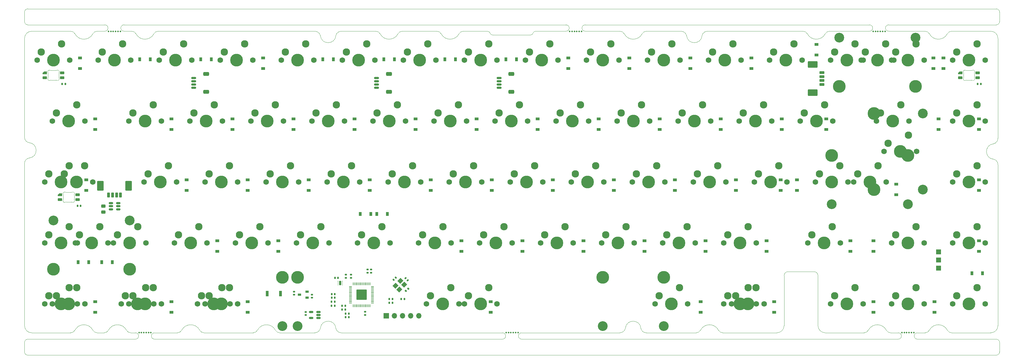
<source format=gbs>
G04 #@! TF.GenerationSoftware,KiCad,Pcbnew,(6.99.0-1912-g359c99991b)*
G04 #@! TF.CreationDate,2023-08-15T13:40:24+07:00*
G04 #@! TF.ProjectId,nyx,6e79782e-6b69-4636-9164-5f7063625858,2*
G04 #@! TF.SameCoordinates,Original*
G04 #@! TF.FileFunction,Soldermask,Bot*
G04 #@! TF.FilePolarity,Negative*
%FSLAX46Y46*%
G04 Gerber Fmt 4.6, Leading zero omitted, Abs format (unit mm)*
G04 Created by KiCad (PCBNEW (6.99.0-1912-g359c99991b)) date 2023-08-15 13:40:24*
%MOMM*%
%LPD*%
G01*
G04 APERTURE LIST*
G04 Aperture macros list*
%AMRoundRect*
0 Rectangle with rounded corners*
0 $1 Rounding radius*
0 $2 $3 $4 $5 $6 $7 $8 $9 X,Y pos of 4 corners*
0 Add a 4 corners polygon primitive as box body*
4,1,4,$2,$3,$4,$5,$6,$7,$8,$9,$2,$3,0*
0 Add four circle primitives for the rounded corners*
1,1,$1+$1,$2,$3*
1,1,$1+$1,$4,$5*
1,1,$1+$1,$6,$7*
1,1,$1+$1,$8,$9*
0 Add four rect primitives between the rounded corners*
20,1,$1+$1,$2,$3,$4,$5,0*
20,1,$1+$1,$4,$5,$6,$7,0*
20,1,$1+$1,$6,$7,$8,$9,0*
20,1,$1+$1,$8,$9,$2,$3,0*%
%AMRotRect*
0 Rectangle, with rotation*
0 The origin of the aperture is its center*
0 $1 length*
0 $2 width*
0 $3 Rotation angle, in degrees counterclockwise*
0 Add horizontal line*
21,1,$1,$2,0,0,$3*%
%AMFreePoly0*
4,1,18,-0.350000,0.510000,-0.339343,0.563576,-0.308995,0.608995,-0.263576,0.639343,-0.210000,0.650000,0.210000,0.650000,0.263576,0.639343,0.308995,0.608995,0.339343,0.563576,0.350000,0.510000,0.350000,-0.510000,0.339343,-0.563576,0.308995,-0.608995,0.263576,-0.639343,0.210000,-0.650000,-0.210000,-0.650000,-0.350000,-0.510000,-0.350000,0.510000,-0.350000,0.510000,$1*%
%AMFreePoly1*
4,1,18,-0.410000,0.593000,-0.403758,0.624380,-0.385983,0.650983,-0.359380,0.668758,-0.328000,0.675000,0.328000,0.675000,0.359380,0.668758,0.385983,0.650983,0.403758,0.624380,0.410000,0.593000,0.410000,-0.593000,0.403758,-0.624380,0.385983,-0.650983,0.359380,-0.668758,0.328000,-0.675000,0.000000,-0.675000,-0.410000,-0.265000,-0.410000,0.593000,-0.410000,0.593000,$1*%
G04 Aperture macros list end*
%ADD10R,0.900000X1.700000*%
%ADD11C,1.750000*%
%ADD12C,3.987800*%
%ADD13C,2.300000*%
%ADD14C,3.048000*%
%ADD15C,0.500000*%
%ADD16R,1.200000X0.900000*%
%ADD17RoundRect,0.140000X-0.170000X0.140000X-0.170000X-0.140000X0.170000X-0.140000X0.170000X0.140000X0*%
%ADD18RoundRect,0.140000X0.170000X-0.140000X0.170000X0.140000X-0.170000X0.140000X-0.170000X-0.140000X0*%
%ADD19R,0.900000X1.200000*%
%ADD20RoundRect,0.200000X0.600000X-0.200000X0.600000X0.200000X-0.600000X0.200000X-0.600000X-0.200000X0*%
%ADD21RoundRect,0.250001X1.249999X-0.799999X1.249999X0.799999X-1.249999X0.799999X-1.249999X-0.799999X0*%
%ADD22RoundRect,0.200000X-0.200000X-0.600000X0.200000X-0.600000X0.200000X0.600000X-0.200000X0.600000X0*%
%ADD23RoundRect,0.250001X-0.799999X-1.249999X0.799999X-1.249999X0.799999X1.249999X-0.799999X1.249999X0*%
%ADD24RoundRect,0.140000X-0.140000X-0.170000X0.140000X-0.170000X0.140000X0.170000X-0.140000X0.170000X0*%
%ADD25RoundRect,0.140000X0.140000X0.170000X-0.140000X0.170000X-0.140000X-0.170000X0.140000X-0.170000X0*%
%ADD26R,1.700000X1.700000*%
%ADD27O,1.700000X1.700000*%
%ADD28RoundRect,0.050000X-0.050000X0.387500X-0.050000X-0.387500X0.050000X-0.387500X0.050000X0.387500X0*%
%ADD29RoundRect,0.050000X-0.387500X0.050000X-0.387500X-0.050000X0.387500X-0.050000X0.387500X0.050000X0*%
%ADD30RoundRect,0.144000X-1.456000X1.456000X-1.456000X-1.456000X1.456000X-1.456000X1.456000X1.456000X0*%
%ADD31RoundRect,0.045000X0.055000X0.045000X-0.055000X0.045000X-0.055000X-0.045000X0.055000X-0.045000X0*%
%ADD32FreePoly0,180.000000*%
%ADD33RoundRect,0.140000X0.021213X-0.219203X0.219203X-0.021213X-0.021213X0.219203X-0.219203X0.021213X0*%
%ADD34RotRect,1.400000X1.200000X225.000000*%
%ADD35RoundRect,0.135000X0.035355X-0.226274X0.226274X-0.035355X-0.035355X0.226274X-0.226274X0.035355X0*%
%ADD36RoundRect,0.135000X-0.185000X0.135000X-0.185000X-0.135000X0.185000X-0.135000X0.185000X0.135000X0*%
%ADD37RoundRect,0.082000X-0.593000X0.328000X-0.593000X-0.328000X0.593000X-0.328000X0.593000X0.328000X0*%
%ADD38FreePoly1,270.000000*%
%ADD39R,1.000000X0.800000*%
%ADD40RoundRect,0.150000X-0.625000X0.150000X-0.625000X-0.150000X0.625000X-0.150000X0.625000X0.150000X0*%
%ADD41RoundRect,0.250000X-0.650000X0.350000X-0.650000X-0.350000X0.650000X-0.350000X0.650000X0.350000X0*%
%ADD42RoundRect,0.150000X0.512500X0.150000X-0.512500X0.150000X-0.512500X-0.150000X0.512500X-0.150000X0*%
%ADD43RoundRect,0.135000X0.135000X0.185000X-0.135000X0.185000X-0.135000X-0.185000X0.135000X-0.185000X0*%
%ADD44RoundRect,0.243750X-0.456250X0.243750X-0.456250X-0.243750X0.456250X-0.243750X0.456250X0.243750X0*%
%ADD45R,1.524000X1.524000*%
%ADD46RoundRect,0.135000X-0.135000X-0.185000X0.135000X-0.185000X0.135000X0.185000X-0.135000X0.185000X0*%
%ADD47RoundRect,0.140000X0.219203X0.021213X0.021213X0.219203X-0.219203X-0.021213X-0.021213X-0.219203X0*%
G04 #@! TA.AperFunction,Profile*
%ADD48C,0.100000*%
G04 #@! TD*
G04 APERTURE END LIST*
D10*
X79849999Y-88999999D03*
X75749999Y-88999999D03*
D11*
X218267323Y-73184823D03*
D12*
X223347323Y-73184823D03*
D11*
X228427323Y-73184823D03*
D13*
X219537323Y-70644823D03*
X225887323Y-68104823D03*
D14*
X180484823Y-99219823D03*
D12*
X180484823Y-83979823D03*
D14*
X80472323Y-99219823D03*
D12*
X80472323Y-83979823D03*
D15*
X268572706Y-7050000D03*
X267832706Y-7050000D03*
X267092706Y-7050000D03*
X266352706Y-7050000D03*
X265612706Y-7050000D03*
X264872706Y-7050000D03*
D11*
X6336073Y-54134823D03*
D12*
X11416073Y-54134823D03*
D11*
X16496073Y-54134823D03*
D13*
X7606073Y-51594823D03*
X13956073Y-49054823D03*
D11*
X99204823Y-16034823D03*
D12*
X104284823Y-16034823D03*
D11*
X109364823Y-16034823D03*
D13*
X100474823Y-13494823D03*
X106824823Y-10954823D03*
D14*
X199534823Y-99219823D03*
D12*
X199534823Y-83979823D03*
D14*
X85234823Y-99219823D03*
D12*
X85234823Y-83979823D03*
D11*
X289704823Y-54134823D03*
D12*
X294784823Y-54134823D03*
D11*
X299864823Y-54134823D03*
D13*
X290974823Y-51594823D03*
X297324823Y-49054823D03*
D11*
X213504823Y-16034823D03*
D12*
X218584823Y-16034823D03*
D11*
X223664823Y-16034823D03*
D13*
X214774823Y-13494823D03*
X221124823Y-10954823D03*
D11*
X180167323Y-73184823D03*
D12*
X185247323Y-73184823D03*
D11*
X190327323Y-73184823D03*
D13*
X181437323Y-70644823D03*
X187787323Y-68104823D03*
D11*
X268273573Y-44609823D03*
D12*
X273353573Y-44609823D03*
D11*
X278433573Y-44609823D03*
D13*
X269543573Y-42069823D03*
X275893573Y-39529823D03*
D11*
X137304823Y-16034823D03*
D12*
X142384823Y-16034823D03*
D11*
X147464823Y-16034823D03*
D13*
X138574823Y-13494823D03*
X144924823Y-10954823D03*
D11*
X6336073Y-92234823D03*
D12*
X11416073Y-92234823D03*
D11*
X16496073Y-92234823D03*
D13*
X7606073Y-89694823D03*
X13956073Y-87154823D03*
D11*
X199217323Y-73184823D03*
D12*
X204297323Y-73184823D03*
D11*
X209377323Y-73184823D03*
D13*
X200487323Y-70644823D03*
X206837323Y-68104823D03*
D11*
X42054823Y-16034823D03*
D12*
X47134823Y-16034823D03*
D11*
X52214823Y-16034823D03*
D13*
X43324823Y-13494823D03*
X49674823Y-10954823D03*
D11*
X15861073Y-73184823D03*
D12*
X20941073Y-73184823D03*
D11*
X26021073Y-73184823D03*
D13*
X17131073Y-70644823D03*
X23481073Y-68104823D03*
D11*
X75392323Y-54134823D03*
D12*
X80472323Y-54134823D03*
D11*
X85552323Y-54134823D03*
D13*
X76662323Y-51594823D03*
X83012323Y-49054823D03*
D11*
X289704823Y-73184823D03*
D12*
X294784823Y-73184823D03*
D11*
X299864823Y-73184823D03*
D13*
X290974823Y-70644823D03*
X297324823Y-68104823D03*
D11*
X196836073Y-92234823D03*
D12*
X201916073Y-92234823D03*
D11*
X206996073Y-92234823D03*
D13*
X198106073Y-89694823D03*
X204456073Y-87154823D03*
D11*
X156354823Y-16034823D03*
D12*
X161434823Y-16034823D03*
D11*
X166514823Y-16034823D03*
D13*
X157624823Y-13494823D03*
X163974823Y-10954823D03*
D14*
X9034823Y-66199823D03*
D12*
X9034823Y-81439823D03*
D14*
X32847323Y-66199823D03*
D12*
X32847323Y-81439823D03*
D11*
X189692323Y-54134823D03*
D12*
X194772323Y-54134823D03*
D11*
X199852323Y-54134823D03*
D13*
X190962323Y-51594823D03*
X197312323Y-49054823D03*
D11*
X146829823Y-35084823D03*
D12*
X151909823Y-35084823D03*
D11*
X156989823Y-35084823D03*
D13*
X148099823Y-32544823D03*
X154449823Y-30004823D03*
D11*
X118254823Y-16034823D03*
D12*
X123334823Y-16034823D03*
D11*
X128414823Y-16034823D03*
D13*
X119524823Y-13494823D03*
X125874823Y-10954823D03*
D11*
X56342323Y-54134823D03*
D12*
X61422323Y-54134823D03*
D11*
X66502323Y-54134823D03*
D13*
X57612323Y-51594823D03*
X63962323Y-49054823D03*
D11*
X242079823Y-35084823D03*
D12*
X247159823Y-35084823D03*
D11*
X252239823Y-35084823D03*
D13*
X243349823Y-32544823D03*
X249699823Y-30004823D03*
D11*
X258748573Y-54134823D03*
D12*
X263828573Y-54134823D03*
D11*
X268908573Y-54134823D03*
D13*
X260018573Y-51594823D03*
X266368573Y-49054823D03*
D15*
X173850000Y-7050000D03*
X173110000Y-7050000D03*
X172370000Y-7050000D03*
X171630000Y-7050000D03*
X170890000Y-7050000D03*
X170150000Y-7050000D03*
D14*
X254303573Y-9049823D03*
D12*
X254303573Y-24289823D03*
D14*
X278116073Y-9049823D03*
D12*
X278116073Y-24289823D03*
D11*
X132542323Y-54134823D03*
D12*
X137622323Y-54134823D03*
D11*
X142702323Y-54134823D03*
D13*
X133812323Y-51594823D03*
X140162323Y-49054823D03*
D11*
X23004823Y-16034823D03*
D12*
X28084823Y-16034823D03*
D11*
X33164823Y-16034823D03*
D13*
X24274823Y-13494823D03*
X30624823Y-10954823D03*
D11*
X270654823Y-16034823D03*
D12*
X275734823Y-16034823D03*
D11*
X280814823Y-16034823D03*
D13*
X271924823Y-13494823D03*
X278274823Y-10954823D03*
D11*
X203979823Y-35084823D03*
D12*
X209059823Y-35084823D03*
D11*
X214139823Y-35084823D03*
D13*
X205249823Y-32544823D03*
X211599823Y-30004823D03*
D11*
X220648573Y-92234823D03*
D12*
X225728573Y-92234823D03*
D11*
X230808573Y-92234823D03*
D13*
X221918573Y-89694823D03*
X228268573Y-87154823D03*
D15*
X35750000Y-101222338D03*
X36490000Y-101222338D03*
X37230000Y-101222338D03*
X37970000Y-101222338D03*
X38710000Y-101222338D03*
X39450000Y-101222338D03*
D11*
X46817323Y-73184823D03*
D12*
X51897323Y-73184823D03*
D11*
X56977323Y-73184823D03*
D13*
X48087323Y-70644823D03*
X54437323Y-68104823D03*
D11*
X32529823Y-35084823D03*
D12*
X37609823Y-35084823D03*
D11*
X42689823Y-35084823D03*
D13*
X33799823Y-32544823D03*
X40149823Y-30004823D03*
D11*
X137304823Y-92234823D03*
D12*
X142384823Y-92234823D03*
D11*
X147464823Y-92234823D03*
D13*
X138574823Y-89694823D03*
X144924823Y-87154823D03*
D11*
X125398573Y-92234823D03*
D12*
X130478573Y-92234823D03*
D11*
X135558573Y-92234823D03*
D13*
X126668573Y-89694823D03*
X133018573Y-87154823D03*
D11*
X270654823Y-92234823D03*
D12*
X275734823Y-92234823D03*
D11*
X280814823Y-92234823D03*
D13*
X271924823Y-89694823D03*
X278274823Y-87154823D03*
D11*
X175404823Y-16034823D03*
D12*
X180484823Y-16034823D03*
D11*
X185564823Y-16034823D03*
D13*
X176674823Y-13494823D03*
X183024823Y-10954823D03*
D11*
X208742323Y-54134823D03*
D12*
X213822323Y-54134823D03*
D11*
X218902323Y-54134823D03*
D13*
X210012323Y-51594823D03*
X216362323Y-49054823D03*
D11*
X89679823Y-35084823D03*
D12*
X94759823Y-35084823D03*
D11*
X99839823Y-35084823D03*
D13*
X90949823Y-32544823D03*
X97299823Y-30004823D03*
D11*
X161117323Y-73184823D03*
D12*
X166197323Y-73184823D03*
D11*
X171277323Y-73184823D03*
D13*
X162387323Y-70644823D03*
X168737323Y-68104823D03*
D11*
X194454823Y-16034823D03*
D12*
X199534823Y-16034823D03*
D11*
X204614823Y-16034823D03*
D13*
X195724823Y-13494823D03*
X202074823Y-10954823D03*
D11*
X108729823Y-35084823D03*
D12*
X113809823Y-35084823D03*
D11*
X118889823Y-35084823D03*
D13*
X109999823Y-32544823D03*
X116349823Y-30004823D03*
D11*
X232554823Y-16034823D03*
D12*
X237634823Y-16034823D03*
D11*
X242714823Y-16034823D03*
D13*
X233824823Y-13494823D03*
X240174823Y-10954823D03*
D11*
X165879823Y-35084823D03*
D12*
X170959823Y-35084823D03*
D11*
X176039823Y-35084823D03*
D13*
X167149823Y-32544823D03*
X173499823Y-30004823D03*
D11*
X270654823Y-73184823D03*
D12*
X275734823Y-73184823D03*
D11*
X280814823Y-73184823D03*
D13*
X271924823Y-70644823D03*
X278274823Y-68104823D03*
D11*
X56342323Y-92234823D03*
D12*
X61422323Y-92234823D03*
D11*
X66502323Y-92234823D03*
D13*
X57612323Y-89694823D03*
X63962323Y-87154823D03*
D11*
X142067323Y-73184823D03*
D12*
X147147323Y-73184823D03*
D11*
X152227323Y-73184823D03*
D13*
X143337323Y-70644823D03*
X149687323Y-68104823D03*
D11*
X65867323Y-73184823D03*
D12*
X70947323Y-73184823D03*
D11*
X76027323Y-73184823D03*
D13*
X67137323Y-70644823D03*
X73487323Y-68104823D03*
D12*
X265098573Y-32703573D03*
X265098573Y-56516073D03*
D14*
X280338573Y-32703573D03*
X280338573Y-56516073D03*
D11*
X94442323Y-54134823D03*
D12*
X99522323Y-54134823D03*
D11*
X104602323Y-54134823D03*
D13*
X95712323Y-51594823D03*
X102062323Y-49054823D03*
D11*
X11098573Y-54134823D03*
D12*
X16178573Y-54134823D03*
D11*
X21258573Y-54134823D03*
D13*
X12368573Y-51594823D03*
X18718573Y-49054823D03*
D11*
X227792323Y-54134823D03*
D12*
X232872323Y-54134823D03*
D11*
X237952323Y-54134823D03*
D13*
X229062323Y-51594823D03*
X235412323Y-49054823D03*
D15*
X273850001Y-101222338D03*
X274590001Y-101222338D03*
X275330001Y-101222338D03*
X276070001Y-101222338D03*
X276810001Y-101222338D03*
X277550001Y-101222338D03*
D11*
X223029823Y-35084823D03*
D12*
X228109823Y-35084823D03*
D11*
X233189823Y-35084823D03*
D13*
X224299823Y-32544823D03*
X230649823Y-30004823D03*
D11*
X289704823Y-35084823D03*
D12*
X294784823Y-35084823D03*
D11*
X299864823Y-35084823D03*
D13*
X290974823Y-32544823D03*
X297324823Y-30004823D03*
D11*
X265892323Y-35084823D03*
D12*
X270972323Y-35084823D03*
D11*
X276052323Y-35084823D03*
D13*
X267162323Y-32544823D03*
X273512323Y-30004823D03*
D11*
X289704823Y-16034823D03*
D12*
X294784823Y-16034823D03*
D11*
X299864823Y-16034823D03*
D13*
X290974823Y-13494823D03*
X297324823Y-10954823D03*
D11*
X127779823Y-35084823D03*
D12*
X132859823Y-35084823D03*
D11*
X137939823Y-35084823D03*
D13*
X129049823Y-32544823D03*
X135399823Y-30004823D03*
D11*
X70629823Y-35084823D03*
D12*
X75709823Y-35084823D03*
D11*
X80789823Y-35084823D03*
D13*
X71899823Y-32544823D03*
X78249823Y-30004823D03*
D11*
X37292323Y-54134823D03*
D12*
X42372323Y-54134823D03*
D11*
X47452323Y-54134823D03*
D13*
X38562323Y-51594823D03*
X44912323Y-49054823D03*
D11*
X27767323Y-73184823D03*
D12*
X32847323Y-73184823D03*
D11*
X37927323Y-73184823D03*
D13*
X29037323Y-70644823D03*
X35387323Y-68104823D03*
D11*
X251604823Y-92234823D03*
D12*
X256684823Y-92234823D03*
D11*
X261764823Y-92234823D03*
D13*
X252874823Y-89694823D03*
X259224823Y-87154823D03*
D11*
X8717323Y-92234823D03*
D12*
X13797323Y-92234823D03*
D11*
X18877323Y-92234823D03*
D13*
X9987323Y-89694823D03*
X16337323Y-87154823D03*
D11*
X61104823Y-16034823D03*
D12*
X66184823Y-16034823D03*
D11*
X71264823Y-16034823D03*
D13*
X62374823Y-13494823D03*
X68724823Y-10954823D03*
D11*
X3954823Y-16034823D03*
D12*
X9034823Y-16034823D03*
D11*
X14114823Y-16034823D03*
D13*
X5224823Y-13494823D03*
X11574823Y-10954823D03*
D11*
X123017323Y-73184823D03*
D12*
X128097323Y-73184823D03*
D11*
X133177323Y-73184823D03*
D13*
X124287323Y-70644823D03*
X130637323Y-68104823D03*
D11*
X53961073Y-92234823D03*
D12*
X59041073Y-92234823D03*
D11*
X64121073Y-92234823D03*
D13*
X55231073Y-89694823D03*
X61581073Y-87154823D03*
D11*
X103967323Y-73184823D03*
D12*
X109047323Y-73184823D03*
D11*
X114127323Y-73184823D03*
D13*
X105237323Y-70644823D03*
X111587323Y-68104823D03*
D11*
X261129823Y-16034823D03*
D12*
X266209823Y-16034823D03*
D11*
X271289823Y-16034823D03*
D13*
X262399823Y-13494823D03*
X268749823Y-10954823D03*
D15*
X150311353Y-101222338D03*
X151051353Y-101222338D03*
X151791353Y-101222338D03*
X152531353Y-101222338D03*
X153271353Y-101222338D03*
X154011353Y-101222338D03*
X29899997Y-7050000D03*
X29159997Y-7050000D03*
X28419997Y-7050000D03*
X27679997Y-7050000D03*
X26939997Y-7050000D03*
X26199997Y-7050000D03*
D11*
X113492323Y-54134823D03*
D12*
X118572323Y-54134823D03*
D11*
X123652323Y-54134823D03*
D13*
X114762323Y-51594823D03*
X121112323Y-49054823D03*
D11*
X84917323Y-73184823D03*
D12*
X89997323Y-73184823D03*
D11*
X95077323Y-73184823D03*
D13*
X86187323Y-70644823D03*
X92537323Y-68104823D03*
D11*
X151592323Y-54134823D03*
D12*
X156672323Y-54134823D03*
D11*
X161752323Y-54134823D03*
D13*
X152862323Y-51594823D03*
X159212323Y-49054823D03*
D11*
X218267323Y-92234823D03*
D12*
X223347323Y-92234823D03*
D11*
X228427323Y-92234823D03*
D13*
X219537323Y-89694823D03*
X225887323Y-87154823D03*
D11*
X8717323Y-35084823D03*
D12*
X13797323Y-35084823D03*
D11*
X18877323Y-35084823D03*
D13*
X9987323Y-32544823D03*
X16337323Y-30004823D03*
D11*
X6336073Y-73184823D03*
D12*
X11416073Y-73184823D03*
D11*
X16496073Y-73184823D03*
D13*
X7606073Y-70644823D03*
X13956073Y-68104823D03*
D14*
X275734823Y-61119823D03*
D12*
X275734823Y-45879823D03*
D14*
X251922323Y-61119823D03*
D12*
X251922323Y-45879823D03*
D11*
X251604823Y-16034823D03*
D12*
X256684823Y-16034823D03*
D11*
X261764823Y-16034823D03*
D13*
X252874823Y-13494823D03*
X259224823Y-10954823D03*
D11*
X32529823Y-92234823D03*
D12*
X37609823Y-92234823D03*
D11*
X42689823Y-92234823D03*
D13*
X33799823Y-89694823D03*
X40149823Y-87154823D03*
D11*
X170642323Y-54134823D03*
D12*
X175722323Y-54134823D03*
D11*
X180802323Y-54134823D03*
D13*
X171912323Y-51594823D03*
X178262323Y-49054823D03*
D11*
X289704823Y-92234823D03*
D12*
X294784823Y-92234823D03*
D11*
X299864823Y-92234823D03*
D13*
X290974823Y-89694823D03*
X297324823Y-87154823D03*
D11*
X184929823Y-35084823D03*
D12*
X190009823Y-35084823D03*
D11*
X195089823Y-35084823D03*
D13*
X186199823Y-32544823D03*
X192549823Y-30004823D03*
D11*
X30148573Y-92234823D03*
D12*
X35228573Y-92234823D03*
D11*
X40308573Y-92234823D03*
D13*
X31418573Y-89694823D03*
X37768573Y-87154823D03*
D11*
X244461073Y-73184823D03*
D12*
X249541073Y-73184823D03*
D11*
X254621073Y-73184823D03*
D13*
X245731073Y-70644823D03*
X252081073Y-68104823D03*
D11*
X246842323Y-54134823D03*
D12*
X251922323Y-54134823D03*
D11*
X257002323Y-54134823D03*
D13*
X248112323Y-51594823D03*
X254462323Y-49054823D03*
D11*
X51579823Y-35084823D03*
D12*
X56659823Y-35084823D03*
D11*
X61739823Y-35084823D03*
D13*
X52849823Y-32544823D03*
X59199823Y-30004823D03*
D11*
X80154823Y-16034823D03*
D12*
X85234823Y-16034823D03*
D11*
X90314823Y-16034823D03*
D13*
X81424823Y-13494823D03*
X87774823Y-10954823D03*
D16*
X235974999Y-56722322D03*
X235974999Y-53422322D03*
X231594822Y-75772322D03*
X231594822Y-72472322D03*
D17*
X106300000Y-94720000D03*
X106300000Y-95680000D03*
D18*
X89700000Y-90300000D03*
X89700000Y-89340000D03*
D19*
X54999999Y-15749999D03*
X58299999Y-15749999D03*
D16*
X145869822Y-56722322D03*
X145869822Y-53422322D03*
X69669822Y-56722322D03*
X69669822Y-53422322D03*
D20*
X248875000Y-23675000D03*
X248875000Y-22425000D03*
X248875000Y-21175000D03*
X248875000Y-19925000D03*
D21*
X245975000Y-26225000D03*
X245975000Y-17375000D03*
D22*
X26209758Y-58192481D03*
X27459758Y-58192481D03*
X28709758Y-58192481D03*
X29959758Y-58192481D03*
D23*
X23659758Y-55292481D03*
X32509758Y-55292481D03*
D19*
X112149999Y-15749999D03*
X115449999Y-15749999D03*
D24*
X16525000Y-61600000D03*
X17485000Y-61600000D03*
D16*
X297899999Y-37672322D03*
X297899999Y-34372322D03*
X283982322Y-94822322D03*
X283982322Y-91522322D03*
X160157322Y-37672322D03*
X160157322Y-34372322D03*
D18*
X107034823Y-82480000D03*
X107034823Y-81520000D03*
X84100000Y-89350000D03*
X84100000Y-88390000D03*
D16*
X297899999Y-56722322D03*
X297899999Y-53422322D03*
D25*
X96814823Y-90300000D03*
X95854823Y-90300000D03*
D16*
X264932322Y-75772322D03*
X264932322Y-72472322D03*
D26*
X112919999Y-95949999D03*
D27*
X115459999Y-95949999D03*
X117999999Y-95949999D03*
X120539999Y-95949999D03*
X123079999Y-95949999D03*
D25*
X101180000Y-96400000D03*
X100220000Y-96400000D03*
D16*
X107769822Y-56722322D03*
X107769822Y-53422322D03*
X212544822Y-75772322D03*
X212544822Y-72472322D03*
X88719822Y-56722322D03*
X88719822Y-53422322D03*
X188732322Y-18622322D03*
X188732322Y-15322322D03*
X207782322Y-18622322D03*
X207782322Y-15322322D03*
D28*
X102584823Y-85949899D03*
X102984823Y-85949899D03*
X103384823Y-85949899D03*
X103784823Y-85949899D03*
X104184823Y-85949899D03*
X104584823Y-85949899D03*
X104984823Y-85949899D03*
X105384823Y-85949899D03*
X105784823Y-85949899D03*
X106184823Y-85949899D03*
X106584823Y-85949899D03*
X106984823Y-85949899D03*
X107384823Y-85949899D03*
X107784823Y-85949899D03*
D29*
X108622323Y-86787399D03*
X108622323Y-87187399D03*
X108622323Y-87587399D03*
X108622323Y-87987399D03*
X108622323Y-88387399D03*
X108622323Y-88787399D03*
X108622323Y-89187399D03*
X108622323Y-89587399D03*
X108622323Y-89987399D03*
X108622323Y-90387399D03*
X108622323Y-90787399D03*
X108622323Y-91187399D03*
X108622323Y-91587399D03*
X108622323Y-91987399D03*
D28*
X107784823Y-92824899D03*
X107384823Y-92824899D03*
X106984823Y-92824899D03*
X106584823Y-92824899D03*
X106184823Y-92824899D03*
X105784823Y-92824899D03*
X105384823Y-92824899D03*
X104984823Y-92824899D03*
X104584823Y-92824899D03*
X104184823Y-92824899D03*
X103784823Y-92824899D03*
X103384823Y-92824899D03*
X102984823Y-92824899D03*
X102584823Y-92824899D03*
D29*
X101747323Y-91987399D03*
X101747323Y-91587399D03*
X101747323Y-91187399D03*
X101747323Y-90787399D03*
X101747323Y-90387399D03*
X101747323Y-89987399D03*
X101747323Y-89587399D03*
X101747323Y-89187399D03*
X101747323Y-88787399D03*
X101747323Y-88387399D03*
X101747323Y-87987399D03*
X101747323Y-87587399D03*
X101747323Y-87187399D03*
X101747323Y-86787399D03*
D30*
X105184823Y-89387399D03*
D16*
X222069822Y-56722322D03*
X222069822Y-53422322D03*
X50619822Y-56722322D03*
X50619822Y-53422322D03*
D31*
X99150000Y-85100000D03*
X99150000Y-85500000D03*
X99150000Y-85900000D03*
X99150000Y-86300000D03*
X97850000Y-86300000D03*
X97850000Y-85900000D03*
X97850000Y-85500000D03*
X97850000Y-85100000D03*
D15*
X98500000Y-85700000D03*
D32*
X98499999Y-85699999D03*
D16*
X74432322Y-18622322D03*
X74432322Y-15322322D03*
D17*
X87800000Y-94750000D03*
X87800000Y-95710000D03*
D16*
X247149999Y-14399999D03*
X247149999Y-11099999D03*
D19*
X93099999Y-15749999D03*
X96399999Y-15749999D03*
D16*
X45857322Y-94822322D03*
X45857322Y-91522322D03*
D33*
X115210589Y-84689411D03*
X115889411Y-84010589D03*
D24*
X96890000Y-84100000D03*
X97850000Y-84100000D03*
D16*
X17282322Y-18622322D03*
X17282322Y-15322322D03*
X250259999Y-37672322D03*
X250259999Y-34372322D03*
D25*
X100080000Y-92868649D03*
X99120000Y-92868649D03*
D16*
X103007322Y-37672322D03*
X103007322Y-34372322D03*
D34*
X118528857Y-86223222D03*
X116973222Y-87778857D03*
X115771141Y-86576776D03*
X117326776Y-85021141D03*
D16*
X285299999Y-37672322D03*
X285299999Y-34372322D03*
D19*
X27349999Y-79199999D03*
X24049999Y-79199999D03*
D16*
X198257322Y-37672322D03*
X198257322Y-34372322D03*
X122057322Y-37672322D03*
X122057322Y-34372322D03*
D19*
X109949999Y-64099999D03*
X113249999Y-64099999D03*
D16*
X145499999Y-94822322D03*
X145499999Y-91522322D03*
D35*
X119010833Y-88185551D03*
X119732081Y-87464303D03*
D16*
X193494822Y-75772322D03*
X193494822Y-72472322D03*
X236357322Y-37672322D03*
X236357322Y-34372322D03*
X83957322Y-37672322D03*
X83957322Y-34372322D03*
D19*
X131199999Y-15749999D03*
X134499999Y-15749999D03*
D16*
X264932322Y-94822322D03*
X264932322Y-91522322D03*
X79194822Y-75772322D03*
X79194822Y-72472322D03*
D36*
X100300000Y-83090000D03*
X100300000Y-84110000D03*
D25*
X101180000Y-95268649D03*
X100220000Y-95268649D03*
D16*
X69669822Y-94822322D03*
X69669822Y-91522322D03*
X283699999Y-18622322D03*
X283699999Y-15322322D03*
X155394822Y-75772322D03*
X155394822Y-72472322D03*
X286799999Y-18622322D03*
X286799999Y-15322322D03*
D24*
X113854823Y-91868649D03*
X114814823Y-91868649D03*
D16*
X60144822Y-75772322D03*
X60144822Y-72472322D03*
X141107322Y-37672322D03*
X141107322Y-34372322D03*
X203019822Y-56722322D03*
X203019822Y-53422322D03*
X22044822Y-94822322D03*
X22044822Y-91522322D03*
D37*
X16525000Y-59634823D03*
X16525000Y-58134823D03*
X11075000Y-59634823D03*
D38*
X11074999Y-58134822D03*
D19*
X150249999Y-15749999D03*
X153549999Y-15749999D03*
D39*
X88199999Y-88400000D03*
X88199999Y-90299999D03*
X85799999Y-89349999D03*
D16*
X136344822Y-75772322D03*
X136344822Y-72472322D03*
X126819822Y-56722322D03*
X126819822Y-53422322D03*
X241119822Y-56722322D03*
X241119822Y-53422322D03*
D24*
X11759823Y-23500000D03*
X12719823Y-23500000D03*
D16*
X272076072Y-58149999D03*
X272076072Y-54849999D03*
D19*
X108049999Y-64099999D03*
X104749999Y-64099999D03*
D37*
X297509823Y-21534823D03*
X297509823Y-20034823D03*
X292059823Y-21534823D03*
D38*
X292059822Y-20034822D03*
D40*
X52800000Y-21650000D03*
X52800000Y-22650000D03*
X52800000Y-23650000D03*
X52800000Y-24650000D03*
D41*
X56675000Y-20350000D03*
X56675000Y-25950000D03*
D42*
X29222500Y-60750000D03*
X29222500Y-61700000D03*
X29222500Y-62650000D03*
X26947500Y-62650000D03*
X26947500Y-61700000D03*
X26947500Y-60750000D03*
D16*
X257788572Y-75772322D03*
X257788572Y-72472322D03*
D43*
X96844823Y-92800000D03*
X95824823Y-92800000D03*
D16*
X210999999Y-94822322D03*
X210999999Y-91522322D03*
D44*
X24600000Y-61700000D03*
X24600000Y-63575000D03*
D40*
X109875000Y-21650000D03*
X109875000Y-22650000D03*
X109875000Y-23650000D03*
X109875000Y-24650000D03*
D41*
X113750000Y-20350000D03*
X113750000Y-25950000D03*
D16*
X64907322Y-37672322D03*
X64907322Y-34372322D03*
X297899999Y-75772322D03*
X297899999Y-72472322D03*
X22044822Y-37672322D03*
X22044822Y-34372322D03*
D45*
X285249999Y-75999999D03*
X285249999Y-78499999D03*
X285249999Y-81099999D03*
D25*
X100080000Y-94022323D03*
X99120000Y-94022323D03*
D24*
X113854823Y-90700000D03*
X114814823Y-90700000D03*
D18*
X108200000Y-82480000D03*
X108200000Y-81520000D03*
D19*
X35949999Y-15749999D03*
X39249999Y-15749999D03*
X20049999Y-79199999D03*
X16749999Y-79199999D03*
D16*
X217307322Y-37672322D03*
X217307322Y-34372322D03*
X183969822Y-56722322D03*
X183969822Y-53422322D03*
D42*
X91737500Y-94750000D03*
X91737500Y-95700000D03*
X91737500Y-96650000D03*
X89462500Y-96650000D03*
X89462500Y-94750000D03*
D16*
X45857322Y-37672322D03*
X45857322Y-34372322D03*
X179207322Y-37672322D03*
X179207322Y-34372322D03*
D37*
X11759823Y-21534823D03*
X11759823Y-20034823D03*
X6309823Y-21534823D03*
D38*
X6309822Y-20034822D03*
D16*
X19299999Y-56722322D03*
X19299999Y-53422322D03*
D19*
X298974999Y-82699999D03*
X295674999Y-82699999D03*
D43*
X96844823Y-91600000D03*
X95824823Y-91600000D03*
D16*
X226832322Y-18622322D03*
X226832322Y-15322322D03*
X164919822Y-56722322D03*
X164919822Y-53422322D03*
D40*
X148100000Y-21650000D03*
X148100000Y-22650000D03*
X148100000Y-23650000D03*
X148100000Y-24650000D03*
D41*
X151975000Y-20350000D03*
X151975000Y-25950000D03*
D25*
X96814823Y-89187399D03*
X95854823Y-89187399D03*
D18*
X101900000Y-84080000D03*
X101900000Y-83120000D03*
D46*
X117590000Y-90700000D03*
X118610000Y-90700000D03*
D24*
X297509823Y-23500000D03*
X298469823Y-23500000D03*
D16*
X169682322Y-18622322D03*
X169682322Y-15322322D03*
X174444822Y-75772322D03*
X174444822Y-72472322D03*
X233976072Y-94822322D03*
X233976072Y-91522322D03*
D47*
X119604570Y-84874233D03*
X118925748Y-84195411D03*
D48*
X301600202Y-101272406D02*
G75*
G03*
X303822706Y-99049835I-102J2222606D01*
G01*
X40600000Y-103272338D02*
X149161353Y-103272338D01*
X71376999Y-101272345D02*
G75*
G03*
X72707000Y-100446691I-15399J1508845D01*
G01*
X98847999Y-7000000D02*
X109651997Y-7000000D01*
X237074986Y-83399998D02*
X237074986Y-99022338D01*
X136948002Y-7000004D02*
G75*
G03*
X135618000Y-7806000I398J-1500996D01*
G01*
X268967975Y-100446699D02*
G75*
G03*
X270297993Y-101272337I1345325J683099D01*
G01*
X33451997Y-7000000D02*
X31049997Y-7000000D01*
X304322700Y-1000000D02*
G75*
G03*
X303322706Y0I-1000000J0D01*
G01*
X289347996Y-7000000D02*
X301600202Y-7000000D01*
X303322706Y-108272406D02*
G75*
G03*
X304322706Y-107272338I-106J1000106D01*
G01*
X25049997Y-5000000D02*
X1000000Y-5000000D01*
X34781999Y-7806000D02*
G75*
G03*
X40367997Y-7806000I2792999J1455492D01*
G01*
X24876999Y-101272338D02*
X22647999Y-101272338D01*
X97179782Y-99907551D02*
G75*
G03*
X98847996Y-101272338I1668618J337651D01*
G01*
X251247981Y-6999980D02*
G75*
G03*
X249917994Y-7806000I319J-1500820D01*
G01*
X15731999Y-7806000D02*
G75*
G03*
X14401997Y-7000001I-1328549J-691940D01*
G01*
X282432022Y-7805994D02*
G75*
G03*
X281101994Y-7000001I-1328522J-691906D01*
G01*
X303827411Y-48693176D02*
X303822706Y-99049835D01*
X79623001Y-101272338D02*
X90601994Y-101272338D01*
X278700001Y-101272338D02*
X281102009Y-101272338D01*
X303322706Y0D02*
X1000000Y0D01*
X130031972Y-7806015D02*
G75*
G03*
X128702000Y-7000001I-1328472J-691785D01*
G01*
X54655994Y-100446691D02*
G75*
G03*
X49069996Y-100446691I-2792999J-1455492D01*
G01*
X31793026Y-100446677D02*
G75*
G03*
X33123001Y-101272337I1345274J682977D01*
G01*
X0Y-107272338D02*
X0Y-104272338D01*
X78293026Y-100446677D02*
G75*
G03*
X79623001Y-101272337I1345274J682977D01*
G01*
X289347996Y-6999994D02*
G75*
G03*
X288018010Y-7806000I304J-1500806D01*
G01*
X234824986Y-101272386D02*
G75*
G03*
X237074986Y-99022338I-86J2250086D01*
G01*
X34781941Y-7806030D02*
G75*
G03*
X33451997Y-7000001I-1328541J-691870D01*
G01*
X21317997Y-100446691D02*
G75*
G03*
X15731999Y-100446691I-2792999J-1455492D01*
G01*
X217911000Y-101272338D02*
X234824986Y-101272338D01*
X192377306Y-99907545D02*
G75*
G03*
X187537331Y-99827543I-2423306J-160755D01*
G01*
X155161353Y-103272338D02*
X272700001Y-103272338D01*
X22647999Y-7000002D02*
G75*
G03*
X21317998Y-7806000I401J-1500998D01*
G01*
X0Y-99049833D02*
G75*
G03*
X2222503Y-101272338I2222503J-2D01*
G01*
X288017979Y-100446706D02*
G75*
G03*
X289348011Y-101272338I1345321J683106D01*
G01*
X175000000Y-7000000D02*
X185851994Y-7000000D01*
X47739994Y-101272307D02*
G75*
G03*
X49069995Y-100446691I-15294J1508707D01*
G01*
X136948002Y-7000000D02*
X144500000Y-7000000D01*
X1000000Y0D02*
G75*
G03*
X0Y-1000000I0J-1000000D01*
G01*
X92339807Y-8400003D02*
G75*
G03*
X90601997Y-7000001I-1736307J-376697D01*
G01*
X206639807Y-8400003D02*
G75*
G03*
X204901997Y-7000001I-1736307J-376697D01*
G01*
X303322706Y-5000000D02*
X269722706Y-5000000D01*
X14401997Y-101272338D02*
X2222503Y-101272338D01*
X78292999Y-100446691D02*
G75*
G03*
X72707001Y-100446691I-2792999J-1455492D01*
G01*
X159500000Y-7000024D02*
G75*
G03*
X158700000Y-7600000I-800J-832276D01*
G01*
X304322762Y-104272338D02*
G75*
G03*
X303322706Y-103272338I-1000062J-62D01*
G01*
X209664998Y-101272311D02*
G75*
G03*
X210995000Y-100446691I-15298J1508711D01*
G01*
X303827349Y-48693176D02*
G75*
G03*
X302507411Y-47025000I-1714649J-424D01*
G01*
X194097996Y-7000018D02*
G75*
G03*
X192767994Y-7806000I-1496J-1497882D01*
G01*
X187181971Y-7806013D02*
G75*
G03*
X185851994Y-7000001I-1328471J-691787D01*
G01*
X303822706Y-9222505D02*
X303827411Y-40462174D01*
X302427417Y-42200059D02*
G75*
G03*
X302507411Y-47024999I240783J-2409141D01*
G01*
X251247981Y-7000000D02*
X263722706Y-7000000D01*
X268967991Y-100446691D02*
G75*
G03*
X263381993Y-100446691I-2792999J-1455492D01*
G01*
X206639815Y-8400001D02*
G75*
G03*
X211479823Y-8320000I2416685J240801D01*
G01*
X216580977Y-100446702D02*
G75*
G03*
X217911000Y-101272337I1345323J683102D01*
G01*
X21317977Y-100446701D02*
G75*
G03*
X22647999Y-101272337I1345323J683101D01*
G01*
X247650002Y-83399998D02*
G75*
G03*
X246399998Y-82149998I-1249602J398D01*
G01*
X304322706Y-1000000D02*
X304322706Y-4000000D01*
X110981958Y-7806022D02*
G75*
G03*
X109651997Y-7000001I-1328658J-692078D01*
G01*
X304322706Y-104272338D02*
X304322706Y-107272338D01*
X194097996Y-7000000D02*
X204901997Y-7000000D01*
X31792999Y-100446691D02*
G75*
G03*
X26207001Y-100446691I-2792999J-1455492D01*
G01*
X90601994Y-101272331D02*
G75*
G03*
X92339819Y-99827543I1506J1765731D01*
G01*
X303322706Y-5000006D02*
G75*
G03*
X304322706Y-4000000I-6J1000006D01*
G01*
X149161353Y-101272338D02*
X98847996Y-101272338D01*
X302427414Y-42200015D02*
G75*
G03*
X303827410Y-40462174I-376714J1736315D01*
G01*
X0Y-99049833D02*
X0Y-48291535D01*
X41697999Y-7000002D02*
G75*
G03*
X40367998Y-7806000I401J-1500998D01*
G01*
X185799504Y-101272341D02*
G75*
G03*
X187537330Y-99827543I1496J1765741D01*
G01*
X1000000Y-103272338D02*
G75*
G03*
X0Y-104272338I-1J-999999D01*
G01*
X97179816Y-99907543D02*
G75*
G03*
X92339821Y-99827543I-2423316J-160757D01*
G01*
X169000000Y-7000000D02*
X159500000Y-7000000D01*
X110981999Y-7806000D02*
G75*
G03*
X116567997Y-7806000I2792999J1455492D01*
G01*
X24876999Y-101272345D02*
G75*
G03*
X26207000Y-100446691I-15399J1508845D01*
G01*
X117897999Y-7000000D02*
X128702000Y-7000000D01*
X-2Y-40183465D02*
G75*
G03*
X1362325Y-41824999I1670682J445D01*
G01*
X2Y-107272338D02*
G75*
G03*
X1000000Y-108272338I999998J-2D01*
G01*
X0Y-4000000D02*
G75*
G03*
X1000000Y-5000000I1000000J0D01*
G01*
X262051991Y-101272306D02*
G75*
G03*
X263381993Y-100446691I-15291J1508706D01*
G01*
X278700001Y-103272338D02*
X303322706Y-103272338D01*
X192377282Y-99907553D02*
G75*
G03*
X194045506Y-101272338I1668618J337653D01*
G01*
X0Y-40183465D02*
X0Y-9222503D01*
X249899998Y-101272338D02*
X262051991Y-101272338D01*
X15731999Y-7806000D02*
G75*
G03*
X21317997Y-7806000I2792999J1455492D01*
G01*
X1442325Y-46649999D02*
G75*
G03*
X1362325Y-41825001I-240727J2409171D01*
G01*
X54655976Y-100446700D02*
G75*
G03*
X55985996Y-101272337I1345324J683100D01*
G01*
X41697999Y-7000000D02*
X90601997Y-7000000D01*
X247650062Y-99022338D02*
G75*
G03*
X249899998Y-101272338I2249938J-62D01*
G01*
X246399998Y-82149998D02*
X238324986Y-82149998D01*
X157900000Y-8199976D02*
G75*
G03*
X158700000Y-7600000I800J832276D01*
G01*
X145300023Y-7599993D02*
G75*
G03*
X144500000Y-7000000I-799223J-232307D01*
G01*
X33123001Y-101272338D02*
X34600000Y-101272338D01*
X282432011Y-7806000D02*
G75*
G03*
X288018009Y-7806000I2792999J1455492D01*
G01*
X1000000Y-108272338D02*
X303322706Y-108272338D01*
X40600000Y-101272338D02*
X47739994Y-101272338D01*
X270297993Y-101272338D02*
X272700001Y-101272338D01*
X2222503Y-7000000D02*
G75*
G03*
X0Y-9222503I0J-2222503D01*
G01*
X209664998Y-101272338D02*
X194045506Y-101272338D01*
X247649998Y-99022338D02*
X247649998Y-83399998D01*
X303822700Y-9222505D02*
G75*
G03*
X301600202Y-7000000I-2222500J5D01*
G01*
X169000000Y-5000000D02*
X31049997Y-5000000D01*
X187181996Y-7805999D02*
G75*
G03*
X192767994Y-7806000I2792999J1455492D01*
G01*
X117897999Y-7000002D02*
G75*
G03*
X116567998Y-7806000I401J-1500998D01*
G01*
X213147999Y-6999979D02*
G75*
G03*
X211479824Y-8320000I501J-1714721D01*
G01*
X71376999Y-101272338D02*
X55985996Y-101272338D01*
X175000000Y-5000000D02*
X263722706Y-5000000D01*
X0Y-4000000D02*
X0Y-1000000D01*
X146100000Y-8200000D02*
X157900000Y-8200000D01*
X244331996Y-7806000D02*
G75*
G03*
X249917994Y-7806000I2792999J1455492D01*
G01*
X155161353Y-101272338D02*
X185799504Y-101272338D01*
X14401997Y-101272310D02*
G75*
G03*
X15731999Y-100446691I-15297J1508710D01*
G01*
X269722706Y-7000000D02*
X281101994Y-7000000D01*
X145299977Y-7600007D02*
G75*
G03*
X146100000Y-8200000I799223J232307D01*
G01*
X216580998Y-100446691D02*
G75*
G03*
X210995000Y-100446691I-2792999J-1455492D01*
G01*
X213147999Y-7000000D02*
X243001979Y-7000000D01*
X2222503Y-7000000D02*
X14401997Y-7000000D01*
X289348011Y-101272338D02*
X301600202Y-101272338D01*
X25049997Y-7000000D02*
X22647999Y-7000000D01*
X98847999Y-6999979D02*
G75*
G03*
X97179824Y-8320000I501J-1714721D01*
G01*
X92339815Y-8400001D02*
G75*
G03*
X97179823Y-8320000I2416685J240801D01*
G01*
X1442325Y-46650000D02*
G75*
G03*
X0Y-48291535I213454J-1641963D01*
G01*
X281102009Y-101272321D02*
G75*
G03*
X282432011Y-100446691I-15309J1508721D01*
G01*
X130032002Y-7806000D02*
G75*
G03*
X135618000Y-7806000I2792999J1455492D01*
G01*
X238324986Y-82149986D02*
G75*
G03*
X237074986Y-83399998I-386J-1249614D01*
G01*
X244332019Y-7805988D02*
G75*
G03*
X243001979Y-7000001I-1328519J-691912D01*
G01*
X1000000Y-103272338D02*
X34600000Y-103272338D01*
X288018009Y-100446691D02*
G75*
G03*
X282432011Y-100446691I-2792999J-1455492D01*
G01*
X263722706Y-7000000D02*
G75*
G03*
X263722706Y-5000000I0J1000000D01*
G01*
X269722706Y-5000000D02*
G75*
G03*
X269722706Y-7000000I0J-1000000D01*
G01*
X169000000Y-7000000D02*
G75*
G03*
X169000000Y-5000000I0J1000000D01*
G01*
X175000000Y-5000000D02*
G75*
G03*
X175000000Y-7000000I0J-1000000D01*
G01*
X40600000Y-101272338D02*
G75*
G03*
X40600000Y-103272338I0J-1000000D01*
G01*
X34600000Y-103272338D02*
G75*
G03*
X34600000Y-101272338I0J1000000D01*
G01*
X278700001Y-101272338D02*
G75*
G03*
X278700001Y-103272338I0J-1000000D01*
G01*
X272700001Y-103272338D02*
G75*
G03*
X272700001Y-101272338I0J1000000D01*
G01*
X155161353Y-101272338D02*
G75*
G03*
X155161353Y-103272338I0J-1000000D01*
G01*
X149161353Y-103272338D02*
G75*
G03*
X149161353Y-101272338I0J1000000D01*
G01*
X25049997Y-7000000D02*
G75*
G03*
X25049997Y-5000000I0J1000000D01*
G01*
X31049997Y-5000000D02*
G75*
G03*
X31049997Y-7000000I0J-1000000D01*
G01*
X12100001Y-59587666D02*
X12100001Y-58181982D01*
X13005548Y-57384824D02*
X14594452Y-57384824D01*
X14594452Y-60384823D02*
X13005547Y-60384823D01*
X15499999Y-58181982D02*
X15499999Y-59587666D01*
X12100000Y-58181982D02*
G75*
G03*
X12050515Y-57965104I-499989J2D01*
G01*
X12753289Y-57316525D02*
G75*
G03*
X12050517Y-57965105I-252259J-431700D01*
G01*
X12050516Y-59804544D02*
G75*
G03*
X12100001Y-59587667I-450505J216876D01*
G01*
X12050516Y-59804544D02*
G75*
G03*
X12753289Y-60453122I450514J-216878D01*
G01*
X13005547Y-60384823D02*
G75*
G03*
X12753289Y-60453122I3J-500009D01*
G01*
X12753289Y-57316525D02*
G75*
G03*
X13005548Y-57384824I252261J431710D01*
G01*
X14846711Y-60453123D02*
G75*
G03*
X14594453Y-60384824I-252261J-431710D01*
G01*
X14594452Y-57384823D02*
G75*
G03*
X14846710Y-57316525I-2J500010D01*
G01*
X15549480Y-57965102D02*
G75*
G03*
X14846711Y-57316527I-450510J216879D01*
G01*
X15549484Y-57965104D02*
G75*
G03*
X15499999Y-58181981I450866J-216959D01*
G01*
X14846711Y-60453123D02*
G75*
G03*
X15549484Y-59804544I252259J431700D01*
G01*
X15499987Y-59587666D02*
G75*
G03*
X15549484Y-59804544I500513J143D01*
G01*
X293084824Y-21487666D02*
X293084824Y-20081982D01*
X293990371Y-19284824D02*
X295579275Y-19284824D01*
X295579275Y-22284823D02*
X293990370Y-22284823D01*
X296484822Y-20081982D02*
X296484822Y-21487666D01*
X293084823Y-20081982D02*
G75*
G03*
X293035338Y-19865104I-499989J2D01*
G01*
X293738112Y-19216525D02*
G75*
G03*
X293035340Y-19865105I-252259J-431700D01*
G01*
X293035339Y-21704544D02*
G75*
G03*
X293084824Y-21487667I-450505J216876D01*
G01*
X293035339Y-21704544D02*
G75*
G03*
X293738112Y-22353122I450514J-216878D01*
G01*
X293990370Y-22284823D02*
G75*
G03*
X293738112Y-22353122I3J-500009D01*
G01*
X293738112Y-19216525D02*
G75*
G03*
X293990371Y-19284824I252261J431710D01*
G01*
X295831534Y-22353123D02*
G75*
G03*
X295579276Y-22284824I-252261J-431710D01*
G01*
X295579275Y-19284823D02*
G75*
G03*
X295831533Y-19216525I-2J500010D01*
G01*
X296534303Y-19865102D02*
G75*
G03*
X295831534Y-19216527I-450510J216879D01*
G01*
X296534307Y-19865104D02*
G75*
G03*
X296484822Y-20081981I450866J-216959D01*
G01*
X295831534Y-22353123D02*
G75*
G03*
X296534307Y-21704544I252259J431700D01*
G01*
X296484810Y-21487666D02*
G75*
G03*
X296534307Y-21704544I500513J143D01*
G01*
X7334824Y-21487666D02*
X7334824Y-20081982D01*
X8240371Y-19284824D02*
X9829275Y-19284824D01*
X9829275Y-22284823D02*
X8240370Y-22284823D01*
X10734822Y-20081982D02*
X10734822Y-21487666D01*
X7334823Y-20081982D02*
G75*
G03*
X7285338Y-19865104I-499989J2D01*
G01*
X7988112Y-19216525D02*
G75*
G03*
X7285340Y-19865105I-252259J-431700D01*
G01*
X7285339Y-21704544D02*
G75*
G03*
X7334824Y-21487667I-450505J216876D01*
G01*
X7285339Y-21704544D02*
G75*
G03*
X7988112Y-22353122I450514J-216878D01*
G01*
X8240370Y-22284823D02*
G75*
G03*
X7988112Y-22353122I3J-500009D01*
G01*
X7988112Y-19216525D02*
G75*
G03*
X8240371Y-19284824I252261J431710D01*
G01*
X10081534Y-22353123D02*
G75*
G03*
X9829276Y-22284824I-252261J-431710D01*
G01*
X9829275Y-19284823D02*
G75*
G03*
X10081533Y-19216525I-2J500010D01*
G01*
X10784303Y-19865102D02*
G75*
G03*
X10081534Y-19216527I-450510J216879D01*
G01*
X10784307Y-19865104D02*
G75*
G03*
X10734822Y-20081981I450866J-216959D01*
G01*
X10081534Y-22353123D02*
G75*
G03*
X10784307Y-21704544I252259J431700D01*
G01*
X10734810Y-21487666D02*
G75*
G03*
X10784307Y-21704544I500513J143D01*
G01*
M02*

</source>
